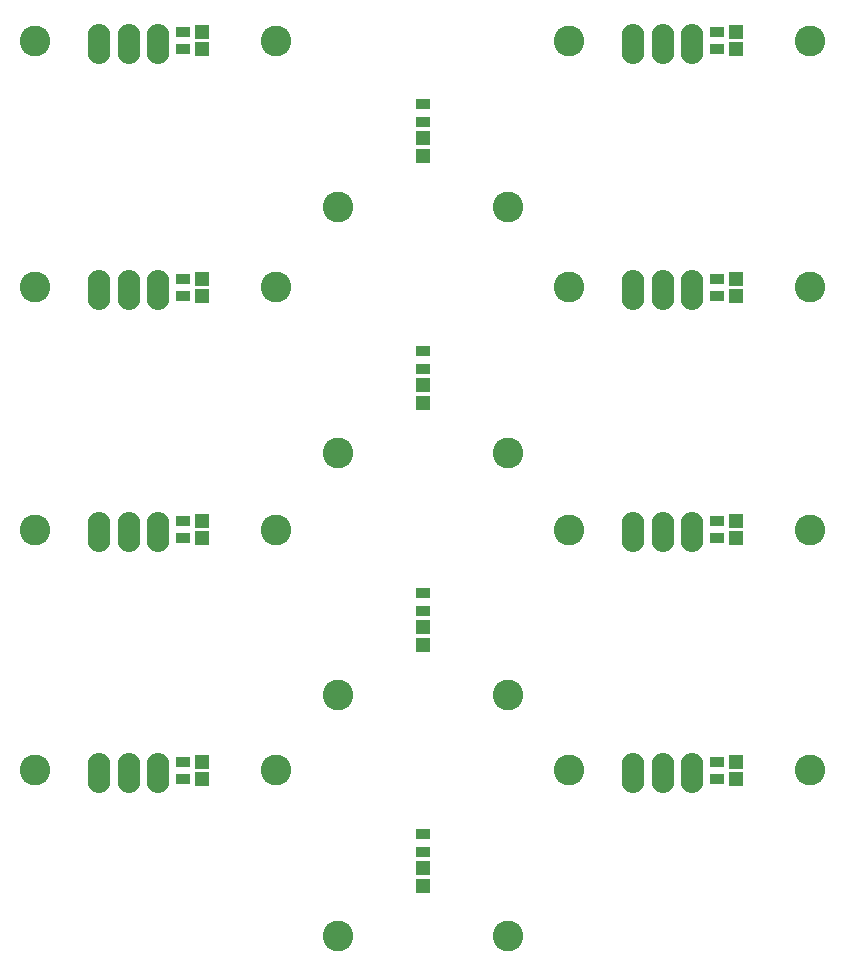
<source format=gts>
G04 #@! TF.GenerationSoftware,KiCad,Pcbnew,(5.0.0)*
G04 #@! TF.CreationDate,2019-07-10T13:07:56+09:00*
G04 #@! TF.ProjectId,line and sensor,6C696E6520616E642073656E736F722E,rev?*
G04 #@! TF.SameCoordinates,Original*
G04 #@! TF.FileFunction,Soldermask,Top*
G04 #@! TF.FilePolarity,Negative*
%FSLAX46Y46*%
G04 Gerber Fmt 4.6, Leading zero omitted, Abs format (unit mm)*
G04 Created by KiCad (PCBNEW (5.0.0)) date 07/10/19 13:07:56*
%MOMM*%
%LPD*%
G01*
G04 APERTURE LIST*
%ADD10C,2.600000*%
%ADD11R,1.200000X0.900000*%
%ADD12O,1.924000X3.400000*%
%ADD13R,1.200000X1.200000*%
G04 APERTURE END LIST*
D10*
G04 #@! TO.C,REF\002A\002A*
X188600000Y-62250000D03*
G04 #@! TD*
D11*
G04 #@! TO.C,R1*
X180700000Y-63000000D03*
X180700000Y-61500000D03*
G04 #@! TD*
D10*
G04 #@! TO.C,REF\002A\002A*
X168200000Y-62250000D03*
G04 #@! TD*
D12*
G04 #@! TO.C,J1*
X173600000Y-62500000D03*
X176100000Y-62500000D03*
X178600000Y-62500000D03*
G04 #@! TD*
D13*
G04 #@! TO.C,D1*
X182300000Y-61500000D03*
X182300000Y-63000000D03*
G04 #@! TD*
G04 #@! TO.C,D1*
X137100000Y-61500000D03*
X137100000Y-63000000D03*
G04 #@! TD*
D12*
G04 #@! TO.C,J1*
X128400000Y-62500000D03*
X130900000Y-62500000D03*
X133400000Y-62500000D03*
G04 #@! TD*
D13*
G04 #@! TO.C,D1*
X155800000Y-72000000D03*
X155800000Y-70500000D03*
G04 #@! TD*
D10*
G04 #@! TO.C,REF\002A\002A*
X123000000Y-62250000D03*
G04 #@! TD*
G04 #@! TO.C,REF\002A\002A*
X143400000Y-62250000D03*
G04 #@! TD*
G04 #@! TO.C,REF\002A\002A*
X163000000Y-76300000D03*
G04 #@! TD*
D11*
G04 #@! TO.C,R1*
X135500000Y-63000000D03*
X135500000Y-61500000D03*
G04 #@! TD*
G04 #@! TO.C,R1*
X155800000Y-67650000D03*
X155800000Y-69150000D03*
G04 #@! TD*
D10*
G04 #@! TO.C,REF\002A\002A*
X148600000Y-76300000D03*
G04 #@! TD*
G04 #@! TO.C,REF\002A\002A*
X188600000Y-83150000D03*
G04 #@! TD*
D11*
G04 #@! TO.C,R1*
X180700000Y-83900000D03*
X180700000Y-82400000D03*
G04 #@! TD*
D10*
G04 #@! TO.C,REF\002A\002A*
X168200000Y-83150000D03*
G04 #@! TD*
D12*
G04 #@! TO.C,J1*
X173600000Y-83400000D03*
X176100000Y-83400000D03*
X178600000Y-83400000D03*
G04 #@! TD*
D13*
G04 #@! TO.C,D1*
X182300000Y-82400000D03*
X182300000Y-83900000D03*
G04 #@! TD*
G04 #@! TO.C,D1*
X137100000Y-82400000D03*
X137100000Y-83900000D03*
G04 #@! TD*
D12*
G04 #@! TO.C,J1*
X128400000Y-83400000D03*
X130900000Y-83400000D03*
X133400000Y-83400000D03*
G04 #@! TD*
D13*
G04 #@! TO.C,D1*
X155800000Y-92900000D03*
X155800000Y-91400000D03*
G04 #@! TD*
D10*
G04 #@! TO.C,REF\002A\002A*
X123000000Y-83150000D03*
G04 #@! TD*
G04 #@! TO.C,REF\002A\002A*
X143400000Y-83150000D03*
G04 #@! TD*
G04 #@! TO.C,REF\002A\002A*
X163000000Y-97200000D03*
G04 #@! TD*
D11*
G04 #@! TO.C,R1*
X135500000Y-83900000D03*
X135500000Y-82400000D03*
G04 #@! TD*
G04 #@! TO.C,R1*
X155800000Y-88550000D03*
X155800000Y-90050000D03*
G04 #@! TD*
D10*
G04 #@! TO.C,REF\002A\002A*
X148600000Y-97200000D03*
G04 #@! TD*
G04 #@! TO.C,REF\002A\002A*
X188600000Y-103650000D03*
G04 #@! TD*
D11*
G04 #@! TO.C,R1*
X180700000Y-104400000D03*
X180700000Y-102900000D03*
G04 #@! TD*
D10*
G04 #@! TO.C,REF\002A\002A*
X168200000Y-103650000D03*
G04 #@! TD*
D12*
G04 #@! TO.C,J1*
X173600000Y-103900000D03*
X176100000Y-103900000D03*
X178600000Y-103900000D03*
G04 #@! TD*
D13*
G04 #@! TO.C,D1*
X182300000Y-102900000D03*
X182300000Y-104400000D03*
G04 #@! TD*
G04 #@! TO.C,D1*
X137100000Y-102900000D03*
X137100000Y-104400000D03*
G04 #@! TD*
D12*
G04 #@! TO.C,J1*
X128400000Y-103900000D03*
X130900000Y-103900000D03*
X133400000Y-103900000D03*
G04 #@! TD*
D13*
G04 #@! TO.C,D1*
X155800000Y-113400000D03*
X155800000Y-111900000D03*
G04 #@! TD*
D10*
G04 #@! TO.C,REF\002A\002A*
X123000000Y-103650000D03*
G04 #@! TD*
G04 #@! TO.C,REF\002A\002A*
X143400000Y-103650000D03*
G04 #@! TD*
G04 #@! TO.C,REF\002A\002A*
X163000000Y-117700000D03*
G04 #@! TD*
D11*
G04 #@! TO.C,R1*
X135500000Y-104400000D03*
X135500000Y-102900000D03*
G04 #@! TD*
G04 #@! TO.C,R1*
X155800000Y-109050000D03*
X155800000Y-110550000D03*
G04 #@! TD*
D10*
G04 #@! TO.C,REF\002A\002A*
X148600000Y-117700000D03*
G04 #@! TD*
D11*
G04 #@! TO.C,R1*
X180700000Y-123300000D03*
X180700000Y-124800000D03*
G04 #@! TD*
D13*
G04 #@! TO.C,D1*
X182300000Y-124800000D03*
X182300000Y-123300000D03*
G04 #@! TD*
D10*
G04 #@! TO.C,REF\002A\002A*
X188600000Y-124050000D03*
G04 #@! TD*
G04 #@! TO.C,REF\002A\002A*
X168200000Y-124050000D03*
G04 #@! TD*
D12*
G04 #@! TO.C,J1*
X178600000Y-124300000D03*
X176100000Y-124300000D03*
X173600000Y-124300000D03*
G04 #@! TD*
D11*
G04 #@! TO.C,R1*
X135500000Y-123300000D03*
X135500000Y-124800000D03*
G04 #@! TD*
D13*
G04 #@! TO.C,D1*
X137100000Y-124800000D03*
X137100000Y-123300000D03*
G04 #@! TD*
D10*
G04 #@! TO.C,REF\002A\002A*
X143400000Y-124050000D03*
G04 #@! TD*
G04 #@! TO.C,REF\002A\002A*
X123000000Y-124050000D03*
G04 #@! TD*
D12*
G04 #@! TO.C,J1*
X133400000Y-124300000D03*
X130900000Y-124300000D03*
X128400000Y-124300000D03*
G04 #@! TD*
D11*
G04 #@! TO.C,R1*
X155800000Y-130950000D03*
X155800000Y-129450000D03*
G04 #@! TD*
D13*
G04 #@! TO.C,D1*
X155800000Y-132300000D03*
X155800000Y-133800000D03*
G04 #@! TD*
D10*
G04 #@! TO.C,REF\002A\002A*
X148600000Y-138100000D03*
G04 #@! TD*
G04 #@! TO.C,REF\002A\002A*
X163000000Y-138100000D03*
G04 #@! TD*
M02*

</source>
